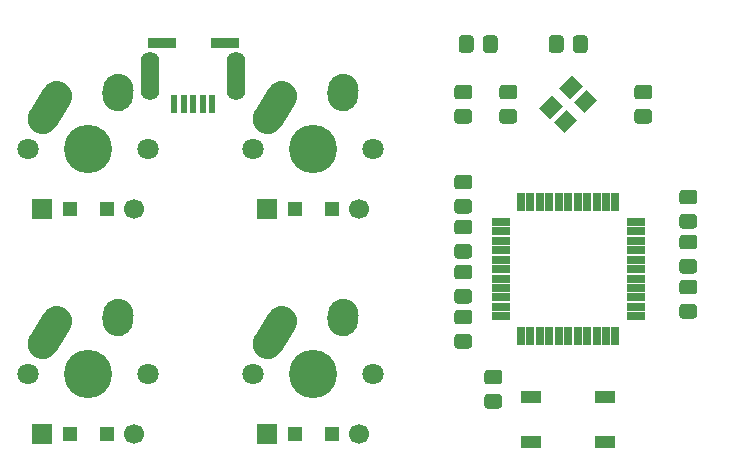
<source format=gbs>
%TF.GenerationSoftware,KiCad,Pcbnew,(5.1.6)-1*%
%TF.CreationDate,2020-08-17T19:43:53-04:00*%
%TF.ProjectId,keeb_v1,6b656562-5f76-4312-9e6b-696361645f70,rev?*%
%TF.SameCoordinates,Original*%
%TF.FileFunction,Soldermask,Bot*%
%TF.FilePolarity,Negative*%
%FSLAX46Y46*%
G04 Gerber Fmt 4.6, Leading zero omitted, Abs format (unit mm)*
G04 Created by KiCad (PCBNEW (5.1.6)-1) date 2020-08-17 19:43:53*
%MOMM*%
%LPD*%
G01*
G04 APERTURE LIST*
%ADD10C,1.801800*%
%ADD11C,4.087800*%
%ADD12R,1.600000X0.650000*%
%ADD13R,0.650000X1.600000*%
%ADD14C,1.700000*%
%ADD15R,1.700000X1.700000*%
%ADD16R,1.300000X1.300000*%
%ADD17R,2.450000X0.900000*%
%ADD18R,0.600000X1.500000*%
%ADD19O,1.600000X4.100000*%
%ADD20R,1.800000X1.100000*%
%ADD21C,0.100000*%
G04 APERTURE END LIST*
%TO.C,K3*%
G36*
G01*
X106613286Y-99550909D02*
X106652734Y-98972252D01*
G75*
G02*
X108038144Y-97763682I1296990J-88420D01*
G01*
X108038144Y-97763682D01*
G75*
G02*
X109246714Y-99149092I-88420J-1296990D01*
G01*
X109207266Y-99727748D01*
G75*
G02*
X107821856Y-100936318I-1296990J88420D01*
G01*
X107821856Y-100936318D01*
G75*
G02*
X106613286Y-99550908I88420J1296990D01*
G01*
G37*
G36*
G01*
X100454129Y-100870326D02*
X101663053Y-98972696D01*
G75*
G02*
X103457951Y-98574776I1096409J-698489D01*
G01*
X103457951Y-98574776D01*
G75*
G02*
X103855871Y-100369674I-698489J-1096409D01*
G01*
X102646947Y-102267304D01*
G75*
G02*
X100852049Y-102665224I-1096409J698489D01*
G01*
X100852049Y-102665224D01*
G75*
G02*
X100454129Y-100870326I698489J1096409D01*
G01*
G37*
D10*
X110490000Y-104140000D03*
X100330000Y-104140000D03*
D11*
X105410000Y-104140000D03*
%TD*%
D12*
%TO.C,U1*%
X121300000Y-118300000D03*
X121300000Y-117500000D03*
X121300000Y-116700000D03*
X121300000Y-115900000D03*
X121300000Y-115100000D03*
X121300000Y-114300000D03*
X121300000Y-113500000D03*
X121300000Y-112700000D03*
X121300000Y-111900000D03*
X121300000Y-111100000D03*
X121300000Y-110300000D03*
D13*
X123000000Y-108600000D03*
X123800000Y-108600000D03*
X124600000Y-108600000D03*
X125400000Y-108600000D03*
X126200000Y-108600000D03*
X127000000Y-108600000D03*
X127800000Y-108600000D03*
X128600000Y-108600000D03*
X129400000Y-108600000D03*
X130200000Y-108600000D03*
X131000000Y-108600000D03*
D12*
X132700000Y-110300000D03*
X132700000Y-111100000D03*
X132700000Y-111900000D03*
X132700000Y-112700000D03*
X132700000Y-113500000D03*
X132700000Y-114300000D03*
X132700000Y-115100000D03*
X132700000Y-115900000D03*
X132700000Y-116700000D03*
X132700000Y-117500000D03*
X132700000Y-118300000D03*
D13*
X131000000Y-120000000D03*
X130200000Y-120000000D03*
X129400000Y-120000000D03*
X128600000Y-120000000D03*
X127800000Y-120000000D03*
X127000000Y-120000000D03*
X126200000Y-120000000D03*
X125400000Y-120000000D03*
X124600000Y-120000000D03*
X123800000Y-120000000D03*
X123000000Y-120000000D03*
%TD*%
%TO.C,C1*%
G36*
G01*
X122398262Y-101980000D02*
X121441738Y-101980000D01*
G75*
G02*
X121170000Y-101708262I0J271738D01*
G01*
X121170000Y-101001738D01*
G75*
G02*
X121441738Y-100730000I271738J0D01*
G01*
X122398262Y-100730000D01*
G75*
G02*
X122670000Y-101001738I0J-271738D01*
G01*
X122670000Y-101708262D01*
G75*
G02*
X122398262Y-101980000I-271738J0D01*
G01*
G37*
G36*
G01*
X122398262Y-99930000D02*
X121441738Y-99930000D01*
G75*
G02*
X121170000Y-99658262I0J271738D01*
G01*
X121170000Y-98951738D01*
G75*
G02*
X121441738Y-98680000I271738J0D01*
G01*
X122398262Y-98680000D01*
G75*
G02*
X122670000Y-98951738I0J-271738D01*
G01*
X122670000Y-99658262D01*
G75*
G02*
X122398262Y-99930000I-271738J0D01*
G01*
G37*
%TD*%
%TO.C,C2*%
G36*
G01*
X133828262Y-99930000D02*
X132871738Y-99930000D01*
G75*
G02*
X132600000Y-99658262I0J271738D01*
G01*
X132600000Y-98951738D01*
G75*
G02*
X132871738Y-98680000I271738J0D01*
G01*
X133828262Y-98680000D01*
G75*
G02*
X134100000Y-98951738I0J-271738D01*
G01*
X134100000Y-99658262D01*
G75*
G02*
X133828262Y-99930000I-271738J0D01*
G01*
G37*
G36*
G01*
X133828262Y-101980000D02*
X132871738Y-101980000D01*
G75*
G02*
X132600000Y-101708262I0J271738D01*
G01*
X132600000Y-101001738D01*
G75*
G02*
X132871738Y-100730000I271738J0D01*
G01*
X133828262Y-100730000D01*
G75*
G02*
X134100000Y-101001738I0J-271738D01*
G01*
X134100000Y-101708262D01*
G75*
G02*
X133828262Y-101980000I-271738J0D01*
G01*
G37*
%TD*%
%TO.C,C3*%
G36*
G01*
X136681738Y-117240000D02*
X137638262Y-117240000D01*
G75*
G02*
X137910000Y-117511738I0J-271738D01*
G01*
X137910000Y-118218262D01*
G75*
G02*
X137638262Y-118490000I-271738J0D01*
G01*
X136681738Y-118490000D01*
G75*
G02*
X136410000Y-118218262I0J271738D01*
G01*
X136410000Y-117511738D01*
G75*
G02*
X136681738Y-117240000I271738J0D01*
G01*
G37*
G36*
G01*
X136681738Y-115190000D02*
X137638262Y-115190000D01*
G75*
G02*
X137910000Y-115461738I0J-271738D01*
G01*
X137910000Y-116168262D01*
G75*
G02*
X137638262Y-116440000I-271738J0D01*
G01*
X136681738Y-116440000D01*
G75*
G02*
X136410000Y-116168262I0J271738D01*
G01*
X136410000Y-115461738D01*
G75*
G02*
X136681738Y-115190000I271738J0D01*
G01*
G37*
%TD*%
%TO.C,C4*%
G36*
G01*
X136681738Y-107570000D02*
X137638262Y-107570000D01*
G75*
G02*
X137910000Y-107841738I0J-271738D01*
G01*
X137910000Y-108548262D01*
G75*
G02*
X137638262Y-108820000I-271738J0D01*
G01*
X136681738Y-108820000D01*
G75*
G02*
X136410000Y-108548262I0J271738D01*
G01*
X136410000Y-107841738D01*
G75*
G02*
X136681738Y-107570000I271738J0D01*
G01*
G37*
G36*
G01*
X136681738Y-109620000D02*
X137638262Y-109620000D01*
G75*
G02*
X137910000Y-109891738I0J-271738D01*
G01*
X137910000Y-110598262D01*
G75*
G02*
X137638262Y-110870000I-271738J0D01*
G01*
X136681738Y-110870000D01*
G75*
G02*
X136410000Y-110598262I0J271738D01*
G01*
X136410000Y-109891738D01*
G75*
G02*
X136681738Y-109620000I271738J0D01*
G01*
G37*
%TD*%
%TO.C,C5*%
G36*
G01*
X118588262Y-111360000D02*
X117631738Y-111360000D01*
G75*
G02*
X117360000Y-111088262I0J271738D01*
G01*
X117360000Y-110381738D01*
G75*
G02*
X117631738Y-110110000I271738J0D01*
G01*
X118588262Y-110110000D01*
G75*
G02*
X118860000Y-110381738I0J-271738D01*
G01*
X118860000Y-111088262D01*
G75*
G02*
X118588262Y-111360000I-271738J0D01*
G01*
G37*
G36*
G01*
X118588262Y-113410000D02*
X117631738Y-113410000D01*
G75*
G02*
X117360000Y-113138262I0J271738D01*
G01*
X117360000Y-112431738D01*
G75*
G02*
X117631738Y-112160000I271738J0D01*
G01*
X118588262Y-112160000D01*
G75*
G02*
X118860000Y-112431738I0J-271738D01*
G01*
X118860000Y-113138262D01*
G75*
G02*
X118588262Y-113410000I-271738J0D01*
G01*
G37*
%TD*%
%TO.C,C6*%
G36*
G01*
X118588262Y-101980000D02*
X117631738Y-101980000D01*
G75*
G02*
X117360000Y-101708262I0J271738D01*
G01*
X117360000Y-101001738D01*
G75*
G02*
X117631738Y-100730000I271738J0D01*
G01*
X118588262Y-100730000D01*
G75*
G02*
X118860000Y-101001738I0J-271738D01*
G01*
X118860000Y-101708262D01*
G75*
G02*
X118588262Y-101980000I-271738J0D01*
G01*
G37*
G36*
G01*
X118588262Y-99930000D02*
X117631738Y-99930000D01*
G75*
G02*
X117360000Y-99658262I0J271738D01*
G01*
X117360000Y-98951738D01*
G75*
G02*
X117631738Y-98680000I271738J0D01*
G01*
X118588262Y-98680000D01*
G75*
G02*
X118860000Y-98951738I0J-271738D01*
G01*
X118860000Y-99658262D01*
G75*
G02*
X118588262Y-99930000I-271738J0D01*
G01*
G37*
%TD*%
%TO.C,C7*%
G36*
G01*
X118588262Y-115170000D02*
X117631738Y-115170000D01*
G75*
G02*
X117360000Y-114898262I0J271738D01*
G01*
X117360000Y-114191738D01*
G75*
G02*
X117631738Y-113920000I271738J0D01*
G01*
X118588262Y-113920000D01*
G75*
G02*
X118860000Y-114191738I0J-271738D01*
G01*
X118860000Y-114898262D01*
G75*
G02*
X118588262Y-115170000I-271738J0D01*
G01*
G37*
G36*
G01*
X118588262Y-117220000D02*
X117631738Y-117220000D01*
G75*
G02*
X117360000Y-116948262I0J271738D01*
G01*
X117360000Y-116241738D01*
G75*
G02*
X117631738Y-115970000I271738J0D01*
G01*
X118588262Y-115970000D01*
G75*
G02*
X118860000Y-116241738I0J-271738D01*
G01*
X118860000Y-116948262D01*
G75*
G02*
X118588262Y-117220000I-271738J0D01*
G01*
G37*
%TD*%
%TO.C,C8*%
G36*
G01*
X118588262Y-121030000D02*
X117631738Y-121030000D01*
G75*
G02*
X117360000Y-120758262I0J271738D01*
G01*
X117360000Y-120051738D01*
G75*
G02*
X117631738Y-119780000I271738J0D01*
G01*
X118588262Y-119780000D01*
G75*
G02*
X118860000Y-120051738I0J-271738D01*
G01*
X118860000Y-120758262D01*
G75*
G02*
X118588262Y-121030000I-271738J0D01*
G01*
G37*
G36*
G01*
X118588262Y-118980000D02*
X117631738Y-118980000D01*
G75*
G02*
X117360000Y-118708262I0J271738D01*
G01*
X117360000Y-118001738D01*
G75*
G02*
X117631738Y-117730000I271738J0D01*
G01*
X118588262Y-117730000D01*
G75*
G02*
X118860000Y-118001738I0J-271738D01*
G01*
X118860000Y-118708262D01*
G75*
G02*
X118588262Y-118980000I-271738J0D01*
G01*
G37*
%TD*%
%TO.C,C9*%
G36*
G01*
X118588262Y-109600000D02*
X117631738Y-109600000D01*
G75*
G02*
X117360000Y-109328262I0J271738D01*
G01*
X117360000Y-108621738D01*
G75*
G02*
X117631738Y-108350000I271738J0D01*
G01*
X118588262Y-108350000D01*
G75*
G02*
X118860000Y-108621738I0J-271738D01*
G01*
X118860000Y-109328262D01*
G75*
G02*
X118588262Y-109600000I-271738J0D01*
G01*
G37*
G36*
G01*
X118588262Y-107550000D02*
X117631738Y-107550000D01*
G75*
G02*
X117360000Y-107278262I0J271738D01*
G01*
X117360000Y-106571738D01*
G75*
G02*
X117631738Y-106300000I271738J0D01*
G01*
X118588262Y-106300000D01*
G75*
G02*
X118860000Y-106571738I0J-271738D01*
G01*
X118860000Y-107278262D01*
G75*
G02*
X118588262Y-107550000I-271738J0D01*
G01*
G37*
%TD*%
D14*
%TO.C,D1*%
X90260000Y-109220000D03*
D15*
X82460000Y-109220000D03*
D16*
X84785000Y-109220000D03*
X87935000Y-109220000D03*
%TD*%
%TO.C,D2*%
X87935000Y-128270000D03*
X84785000Y-128270000D03*
D15*
X82460000Y-128270000D03*
D14*
X90260000Y-128270000D03*
%TD*%
D16*
%TO.C,D3*%
X106985000Y-109220000D03*
X103835000Y-109220000D03*
D15*
X101510000Y-109220000D03*
D14*
X109310000Y-109220000D03*
%TD*%
%TO.C,D4*%
X109310000Y-128270000D03*
D15*
X101510000Y-128270000D03*
D16*
X103835000Y-128270000D03*
X106985000Y-128270000D03*
%TD*%
D17*
%TO.C,J1*%
X97925000Y-95130000D03*
X92575000Y-95130000D03*
D18*
X93650000Y-100330000D03*
X94450000Y-100330000D03*
X95250000Y-100330000D03*
X96050000Y-100330000D03*
X96850000Y-100330000D03*
D19*
X91600000Y-97930000D03*
X98900000Y-97930000D03*
%TD*%
D11*
%TO.C,K1*%
X86360000Y-104140000D03*
D10*
X81280000Y-104140000D03*
X91440000Y-104140000D03*
G36*
G01*
X81404129Y-100870326D02*
X82613053Y-98972696D01*
G75*
G02*
X84407951Y-98574776I1096409J-698489D01*
G01*
X84407951Y-98574776D01*
G75*
G02*
X84805871Y-100369674I-698489J-1096409D01*
G01*
X83596947Y-102267304D01*
G75*
G02*
X81802049Y-102665224I-1096409J698489D01*
G01*
X81802049Y-102665224D01*
G75*
G02*
X81404129Y-100870326I698489J1096409D01*
G01*
G37*
G36*
G01*
X87563286Y-99550909D02*
X87602734Y-98972252D01*
G75*
G02*
X88988144Y-97763682I1296990J-88420D01*
G01*
X88988144Y-97763682D01*
G75*
G02*
X90196714Y-99149092I-88420J-1296990D01*
G01*
X90157266Y-99727748D01*
G75*
G02*
X88771856Y-100936318I-1296990J88420D01*
G01*
X88771856Y-100936318D01*
G75*
G02*
X87563286Y-99550908I88420J1296990D01*
G01*
G37*
%TD*%
D11*
%TO.C,K2*%
X86360000Y-123190000D03*
D10*
X81280000Y-123190000D03*
X91440000Y-123190000D03*
G36*
G01*
X81404129Y-119920326D02*
X82613053Y-118022696D01*
G75*
G02*
X84407951Y-117624776I1096409J-698489D01*
G01*
X84407951Y-117624776D01*
G75*
G02*
X84805871Y-119419674I-698489J-1096409D01*
G01*
X83596947Y-121317304D01*
G75*
G02*
X81802049Y-121715224I-1096409J698489D01*
G01*
X81802049Y-121715224D01*
G75*
G02*
X81404129Y-119920326I698489J1096409D01*
G01*
G37*
G36*
G01*
X87563286Y-118600909D02*
X87602734Y-118022252D01*
G75*
G02*
X88988144Y-116813682I1296990J-88420D01*
G01*
X88988144Y-116813682D01*
G75*
G02*
X90196714Y-118199092I-88420J-1296990D01*
G01*
X90157266Y-118777748D01*
G75*
G02*
X88771856Y-119986318I-1296990J88420D01*
G01*
X88771856Y-119986318D01*
G75*
G02*
X87563286Y-118600908I88420J1296990D01*
G01*
G37*
%TD*%
%TO.C,K4*%
G36*
G01*
X106613286Y-118600909D02*
X106652734Y-118022252D01*
G75*
G02*
X108038144Y-116813682I1296990J-88420D01*
G01*
X108038144Y-116813682D01*
G75*
G02*
X109246714Y-118199092I-88420J-1296990D01*
G01*
X109207266Y-118777748D01*
G75*
G02*
X107821856Y-119986318I-1296990J88420D01*
G01*
X107821856Y-119986318D01*
G75*
G02*
X106613286Y-118600908I88420J1296990D01*
G01*
G37*
G36*
G01*
X100454129Y-119920326D02*
X101663053Y-118022696D01*
G75*
G02*
X103457951Y-117624776I1096409J-698489D01*
G01*
X103457951Y-117624776D01*
G75*
G02*
X103855871Y-119419674I-698489J-1096409D01*
G01*
X102646947Y-121317304D01*
G75*
G02*
X100852049Y-121715224I-1096409J698489D01*
G01*
X100852049Y-121715224D01*
G75*
G02*
X100454129Y-119920326I698489J1096409D01*
G01*
G37*
X110490000Y-123190000D03*
X100330000Y-123190000D03*
D11*
X105410000Y-123190000D03*
%TD*%
%TO.C,R1*%
G36*
G01*
X121128262Y-126110000D02*
X120171738Y-126110000D01*
G75*
G02*
X119900000Y-125838262I0J271738D01*
G01*
X119900000Y-125131738D01*
G75*
G02*
X120171738Y-124860000I271738J0D01*
G01*
X121128262Y-124860000D01*
G75*
G02*
X121400000Y-125131738I0J-271738D01*
G01*
X121400000Y-125838262D01*
G75*
G02*
X121128262Y-126110000I-271738J0D01*
G01*
G37*
G36*
G01*
X121128262Y-124060000D02*
X120171738Y-124060000D01*
G75*
G02*
X119900000Y-123788262I0J271738D01*
G01*
X119900000Y-123081738D01*
G75*
G02*
X120171738Y-122810000I271738J0D01*
G01*
X121128262Y-122810000D01*
G75*
G02*
X121400000Y-123081738I0J-271738D01*
G01*
X121400000Y-123788262D01*
G75*
G02*
X121128262Y-124060000I-271738J0D01*
G01*
G37*
%TD*%
%TO.C,R2*%
G36*
G01*
X136681738Y-113430000D02*
X137638262Y-113430000D01*
G75*
G02*
X137910000Y-113701738I0J-271738D01*
G01*
X137910000Y-114408262D01*
G75*
G02*
X137638262Y-114680000I-271738J0D01*
G01*
X136681738Y-114680000D01*
G75*
G02*
X136410000Y-114408262I0J271738D01*
G01*
X136410000Y-113701738D01*
G75*
G02*
X136681738Y-113430000I271738J0D01*
G01*
G37*
G36*
G01*
X136681738Y-111380000D02*
X137638262Y-111380000D01*
G75*
G02*
X137910000Y-111651738I0J-271738D01*
G01*
X137910000Y-112358262D01*
G75*
G02*
X137638262Y-112630000I-271738J0D01*
G01*
X136681738Y-112630000D01*
G75*
G02*
X136410000Y-112358262I0J271738D01*
G01*
X136410000Y-111651738D01*
G75*
G02*
X136681738Y-111380000I271738J0D01*
G01*
G37*
%TD*%
%TO.C,R3*%
G36*
G01*
X128650000Y-94771738D02*
X128650000Y-95728262D01*
G75*
G02*
X128378262Y-96000000I-271738J0D01*
G01*
X127671738Y-96000000D01*
G75*
G02*
X127400000Y-95728262I0J271738D01*
G01*
X127400000Y-94771738D01*
G75*
G02*
X127671738Y-94500000I271738J0D01*
G01*
X128378262Y-94500000D01*
G75*
G02*
X128650000Y-94771738I0J-271738D01*
G01*
G37*
G36*
G01*
X126600000Y-94771738D02*
X126600000Y-95728262D01*
G75*
G02*
X126328262Y-96000000I-271738J0D01*
G01*
X125621738Y-96000000D01*
G75*
G02*
X125350000Y-95728262I0J271738D01*
G01*
X125350000Y-94771738D01*
G75*
G02*
X125621738Y-94500000I271738J0D01*
G01*
X126328262Y-94500000D01*
G75*
G02*
X126600000Y-94771738I0J-271738D01*
G01*
G37*
%TD*%
%TO.C,R4*%
G36*
G01*
X118980000Y-94771738D02*
X118980000Y-95728262D01*
G75*
G02*
X118708262Y-96000000I-271738J0D01*
G01*
X118001738Y-96000000D01*
G75*
G02*
X117730000Y-95728262I0J271738D01*
G01*
X117730000Y-94771738D01*
G75*
G02*
X118001738Y-94500000I271738J0D01*
G01*
X118708262Y-94500000D01*
G75*
G02*
X118980000Y-94771738I0J-271738D01*
G01*
G37*
G36*
G01*
X121030000Y-94771738D02*
X121030000Y-95728262D01*
G75*
G02*
X120758262Y-96000000I-271738J0D01*
G01*
X120051738Y-96000000D01*
G75*
G02*
X119780000Y-95728262I0J271738D01*
G01*
X119780000Y-94771738D01*
G75*
G02*
X120051738Y-94500000I271738J0D01*
G01*
X120758262Y-94500000D01*
G75*
G02*
X121030000Y-94771738I0J-271738D01*
G01*
G37*
%TD*%
D20*
%TO.C,SW1*%
X123850000Y-128900000D03*
X130150000Y-128900000D03*
X123850000Y-125100000D03*
X130150000Y-125100000D03*
%TD*%
D21*
%TO.C,X1*%
G36*
X126681802Y-102769518D02*
G01*
X125762564Y-101850280D01*
X126823224Y-100789620D01*
X127742462Y-101708858D01*
X126681802Y-102769518D01*
G37*
G36*
X128378858Y-101072462D02*
G01*
X127459620Y-100153224D01*
X128520280Y-99092564D01*
X129439518Y-100011802D01*
X128378858Y-101072462D01*
G37*
G36*
X125479720Y-101567436D02*
G01*
X124560482Y-100648198D01*
X125621142Y-99587538D01*
X126540380Y-100506776D01*
X125479720Y-101567436D01*
G37*
G36*
X127176776Y-99870380D02*
G01*
X126257538Y-98951142D01*
X127318198Y-97890482D01*
X128237436Y-98809720D01*
X127176776Y-99870380D01*
G37*
%TD*%
M02*

</source>
